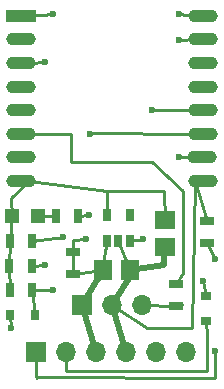
<source format=gbr>
G04 #@! TF.FileFunction,Copper,L1,Top,Signal*
%FSLAX46Y46*%
G04 Gerber Fmt 4.6, Leading zero omitted, Abs format (unit mm)*
G04 Created by KiCad (PCBNEW 4.0.7) date 12/19/17 15:23:22*
%MOMM*%
%LPD*%
G01*
G04 APERTURE LIST*
%ADD10C,0.100000*%
%ADD11R,2.500000X1.100000*%
%ADD12O,2.500000X1.100000*%
%ADD13R,0.700000X1.300000*%
%ADD14R,0.900000X0.800000*%
%ADD15R,0.800000X0.900000*%
%ADD16R,1.700000X1.700000*%
%ADD17O,1.700000X1.700000*%
%ADD18R,0.650000X1.060000*%
%ADD19R,1.800000X1.550000*%
%ADD20R,1.550000X1.800000*%
%ADD21R,1.200000X1.200000*%
%ADD22R,1.300000X0.700000*%
%ADD23C,0.600000*%
%ADD24C,0.250000*%
%ADD25C,0.500000*%
G04 APERTURE END LIST*
D10*
D11*
X141703601Y-93074401D03*
D12*
X141703601Y-95074401D03*
X141703601Y-97074401D03*
X141703601Y-99074401D03*
X141703601Y-101074401D03*
X141703601Y-103074401D03*
X141703601Y-105074401D03*
X141703601Y-107074401D03*
X157103601Y-107074401D03*
X157003601Y-105074401D03*
X157103601Y-103074401D03*
X157103601Y-101074401D03*
X157103601Y-99074401D03*
X157103601Y-97074401D03*
X157103601Y-95074401D03*
X157103601Y-93074401D03*
D13*
X140721040Y-114223800D03*
X142621040Y-114223800D03*
D14*
X157353000Y-118906000D03*
X157353000Y-116806000D03*
D15*
X140773440Y-118381780D03*
X142873440Y-118381780D03*
D16*
X146880580Y-117599460D03*
D17*
X149420580Y-117599460D03*
X151960580Y-117599460D03*
D16*
X143002000Y-121559320D03*
D17*
X145542000Y-121559320D03*
X148082000Y-121559320D03*
X150622000Y-121559320D03*
X153162000Y-121559320D03*
X155702000Y-121559320D03*
D18*
X148996360Y-112138640D03*
X149946360Y-112138640D03*
X150896360Y-112138640D03*
X150896360Y-109938640D03*
X148996360Y-109938640D03*
D19*
X153863040Y-110336080D03*
X153863040Y-112686080D03*
D20*
X148603720Y-114574320D03*
X150953720Y-114574320D03*
D21*
X140977440Y-109992160D03*
X143177440Y-109992160D03*
D13*
X140736280Y-116311680D03*
X142636280Y-116311680D03*
X144630100Y-109994700D03*
X146530100Y-109994700D03*
D22*
X146090640Y-114975680D03*
X146090640Y-113075680D03*
D13*
X140736280Y-112135920D03*
X142636280Y-112135920D03*
D22*
X157480000Y-112329000D03*
X157480000Y-110429000D03*
X154838400Y-115747760D03*
X154838400Y-117647760D03*
D23*
X155067000Y-95123000D03*
X157134560Y-115559840D03*
X140845540Y-119499380D03*
X144399000Y-92964000D03*
X144399000Y-116332000D03*
X158109920Y-121493280D03*
X155067000Y-92964000D03*
X152806400Y-101071680D03*
X147447000Y-109982000D03*
X147193000Y-112014000D03*
X152019000Y-112014000D03*
X143764000Y-97028000D03*
X143764000Y-114173000D03*
X147551140Y-103052880D03*
X145221960Y-111846360D03*
X155082240Y-105054400D03*
X158115000Y-113665000D03*
D24*
X156133799Y-119499235D02*
X156403601Y-107074401D01*
X156403601Y-107074401D02*
X157480000Y-110429000D01*
D25*
X150622000Y-121559320D02*
X149420580Y-117599460D01*
D24*
X152356820Y-119499380D02*
X149420580Y-117599460D01*
X150953720Y-114574320D02*
X149946360Y-112138640D01*
D25*
X150953720Y-114574320D02*
X153814054Y-114174011D01*
X153814054Y-114174011D02*
X153863040Y-112686080D01*
X149420580Y-117599460D02*
X151145240Y-114765840D01*
X151145240Y-114765840D02*
X150953720Y-114574320D01*
D24*
X156143403Y-119499235D02*
X156133799Y-119499235D01*
X156133799Y-119499235D02*
X152356820Y-119499380D01*
X151960580Y-117599460D02*
X154838400Y-117647760D01*
X155326456Y-117501559D02*
X155326456Y-117501582D01*
X155326456Y-117501582D02*
X155326080Y-117561360D01*
X142403601Y-107074401D02*
X140878560Y-108488480D01*
X140878560Y-108488480D02*
X140977440Y-109992160D01*
X148985754Y-107933596D02*
X153797000Y-107950000D01*
X153797000Y-107950000D02*
X153863040Y-110336080D01*
X140977440Y-109992160D02*
X140736280Y-112135920D01*
X140736280Y-112135920D02*
X140721040Y-114223800D01*
X140721040Y-114223800D02*
X140736280Y-116311680D01*
X148996360Y-109938640D02*
X148985754Y-107933596D01*
X148985754Y-107933596D02*
X142403601Y-107074401D01*
X148603720Y-114574320D02*
X146090640Y-114975680D01*
D25*
X146880580Y-117599460D02*
X148082000Y-121559320D01*
D24*
X148603720Y-114574320D02*
X148400520Y-115371000D01*
X148400520Y-115371000D02*
X148996360Y-112138640D01*
D25*
X146880580Y-117599460D02*
X148605240Y-114575840D01*
X148605240Y-114575840D02*
X148603720Y-114574320D01*
D24*
X143177440Y-109992160D02*
X144630100Y-109994700D01*
X145549620Y-123182380D02*
X157439367Y-123192455D01*
X157439367Y-123192455D02*
X157419071Y-120071672D01*
X157419071Y-120071672D02*
X157353000Y-118906000D01*
X145556273Y-123188891D02*
X145549620Y-123182380D01*
X145549620Y-123182380D02*
X145542000Y-121559320D01*
X155067000Y-95123000D02*
X156403601Y-95074401D01*
X157134560Y-115559840D02*
X157353000Y-116806000D01*
X140845540Y-119499380D02*
X140773440Y-118381780D01*
X142636280Y-116311680D02*
X142873440Y-118381780D01*
X142636280Y-116311680D02*
X144399000Y-116332000D01*
X144399000Y-92964000D02*
X142403601Y-93074401D01*
X156403601Y-93074401D02*
X155067000Y-92964000D01*
X158109920Y-121493280D02*
X158089681Y-123707998D01*
X158089681Y-123707998D02*
X142951200Y-123687840D01*
X143014160Y-123766826D02*
X142951200Y-123687840D01*
X142951200Y-123687840D02*
X143002000Y-121559320D01*
X156403601Y-101074401D02*
X152806400Y-101071680D01*
X146530100Y-109994700D02*
X147447000Y-109982000D01*
X146121120Y-112029240D02*
X147193000Y-112014000D01*
X146090640Y-113075680D02*
X146121120Y-112029240D01*
X146090640Y-114975680D02*
X146090640Y-113075680D01*
X150896360Y-112138640D02*
X152019000Y-112014000D01*
X142621040Y-114223800D02*
X143764000Y-114173000D01*
X143764000Y-97028000D02*
X142403601Y-97074401D01*
X147551140Y-103052880D02*
X147551176Y-103042747D01*
X142636280Y-112135920D02*
X145221960Y-111846360D01*
X147543520Y-103042720D02*
X147551176Y-103042747D01*
X147551176Y-103042747D02*
X156403601Y-103074401D01*
X157480000Y-112329000D02*
X158115000Y-113665000D01*
X155082240Y-105054400D02*
X156403601Y-105074401D01*
X155387040Y-114828320D02*
X155386857Y-107898831D01*
X154838400Y-115747760D02*
X155387040Y-114828320D01*
X152811480Y-105415080D02*
X155386857Y-107898831D01*
X145953480Y-105430320D02*
X152811480Y-105415080D01*
X145958560Y-103063040D02*
X145953480Y-105430320D01*
X145958560Y-103063040D02*
X142403601Y-103074401D01*
M02*

</source>
